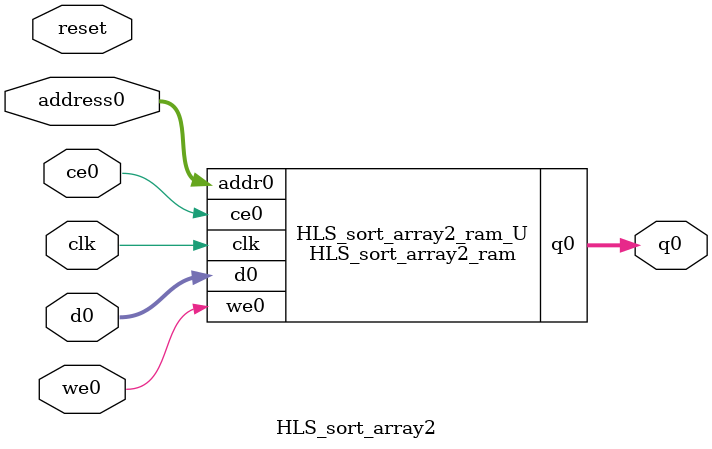
<source format=v>

`timescale 1 ns / 1 ps
module HLS_sort_array2_ram (addr0, ce0, d0, we0, q0,  clk);

parameter DWIDTH = 32;
parameter AWIDTH = 16;
parameter MEM_SIZE = 65536;

input[AWIDTH-1:0] addr0;
input ce0;
input[DWIDTH-1:0] d0;
input we0;
output reg[DWIDTH-1:0] q0;
input clk;

(* ram_style = "block" *)reg [DWIDTH-1:0] ram[0:MEM_SIZE-1];




always @(posedge clk)  
begin 
    if (ce0) 
    begin
        if (we0) 
        begin 
            ram[addr0] <= d0; 
            q0 <= d0;
        end 
        else 
            q0 <= ram[addr0];
    end
end


endmodule


`timescale 1 ns / 1 ps
module HLS_sort_array2(
    reset,
    clk,
    address0,
    ce0,
    we0,
    d0,
    q0);

parameter DataWidth = 32'd32;
parameter AddressRange = 32'd65536;
parameter AddressWidth = 32'd16;
input reset;
input clk;
input[AddressWidth - 1:0] address0;
input ce0;
input we0;
input[DataWidth - 1:0] d0;
output[DataWidth - 1:0] q0;



HLS_sort_array2_ram HLS_sort_array2_ram_U(
    .clk( clk ),
    .addr0( address0 ),
    .ce0( ce0 ),
    .we0( we0 ),
    .d0( d0 ),
    .q0( q0 ));

endmodule


</source>
